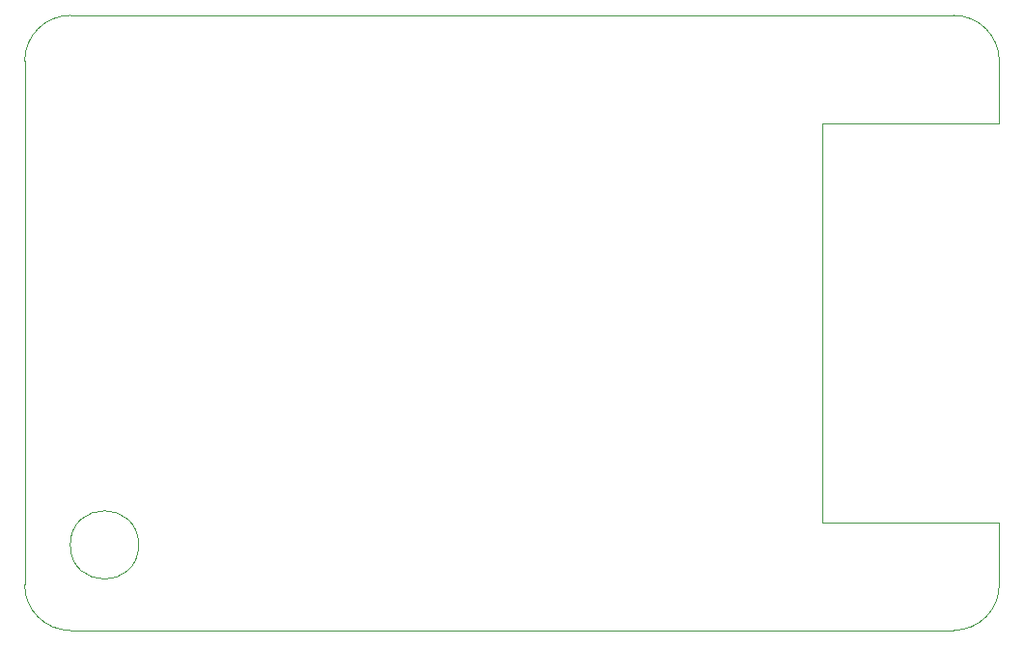
<source format=gbr>
%TF.GenerationSoftware,KiCad,Pcbnew,8.0.8*%
%TF.CreationDate,2025-07-15T17:27:58-07:00*%
%TF.ProjectId,Map Lights,4d617020-4c69-4676-9874-732e6b696361,rev?*%
%TF.SameCoordinates,Original*%
%TF.FileFunction,Profile,NP*%
%FSLAX46Y46*%
G04 Gerber Fmt 4.6, Leading zero omitted, Abs format (unit mm)*
G04 Created by KiCad (PCBNEW 8.0.8) date 2025-07-15 17:27:58*
%MOMM*%
%LPD*%
G01*
G04 APERTURE LIST*
%TA.AperFunction,Profile*%
%ADD10C,0.050000*%
%TD*%
G04 APERTURE END LIST*
D10*
X109000000Y-73500000D02*
X186500000Y-73500000D01*
X190500000Y-118000000D02*
X190500000Y-123500000D01*
X186500000Y-73500000D02*
G75*
G02*
X190500000Y-77500000I0J-4000000D01*
G01*
X186500000Y-127500000D02*
X109000000Y-127500000D01*
X175000000Y-83000000D02*
X175000000Y-118000000D01*
X190500000Y-83000000D02*
X175000000Y-83000000D01*
X175000000Y-118000000D02*
X190500000Y-118000000D01*
X115000000Y-120000000D02*
G75*
G02*
X109000000Y-120000000I-3000000J0D01*
G01*
X109000000Y-120000000D02*
G75*
G02*
X115000000Y-120000000I3000000J0D01*
G01*
X190500000Y-123500000D02*
G75*
G02*
X186500000Y-127500000I-4000000J0D01*
G01*
X105000000Y-77500000D02*
G75*
G02*
X109000000Y-73500000I4000000J0D01*
G01*
X105000000Y-123500000D02*
X105000000Y-77500000D01*
X190500000Y-77500000D02*
X190500000Y-83000000D01*
X109000000Y-127500000D02*
G75*
G02*
X105000000Y-123500000I0J4000000D01*
G01*
M02*

</source>
